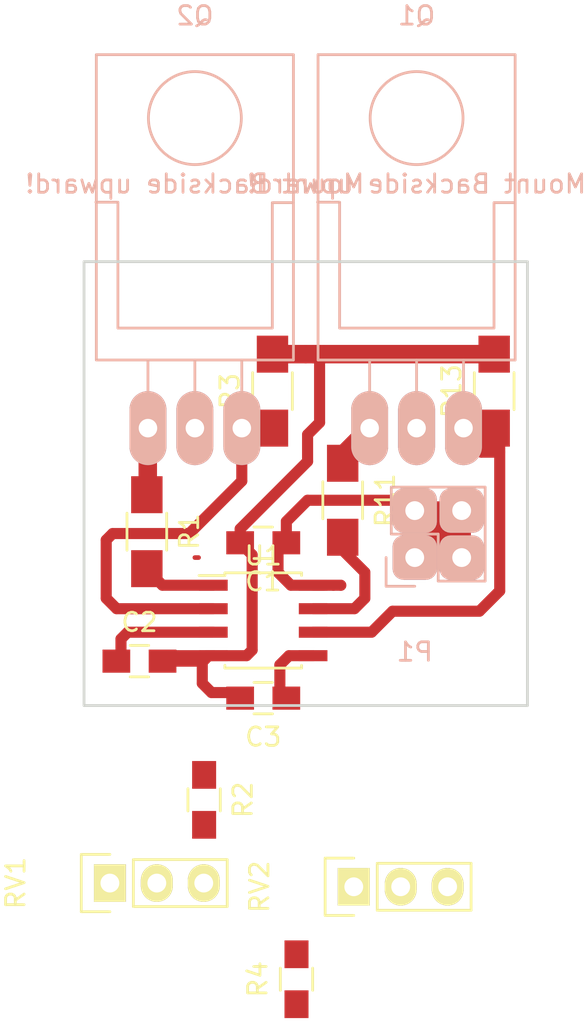
<source format=kicad_pcb>
(kicad_pcb (version 4) (host pcbnew "(2016-05-06 BZR 6776)-product")

  (general
    (links 26)
    (no_connects 6)
    (area 190.924999 57.924999 215.075001 82.075001)
    (thickness 1.6)
    (drawings 4)
    (tracks 100)
    (zones 0)
    (modules 15)
    (nets 17)
  )

  (page A4)
  (layers
    (0 F.Cu signal)
    (31 B.Cu signal)
    (32 B.Adhes user)
    (33 F.Adhes user)
    (34 B.Paste user)
    (35 F.Paste user)
    (36 B.SilkS user)
    (37 F.SilkS user)
    (38 B.Mask user)
    (39 F.Mask user)
    (40 Dwgs.User user)
    (41 Cmts.User user)
    (42 Eco1.User user)
    (43 Eco2.User user)
    (44 Edge.Cuts user)
    (45 Margin user)
    (46 B.CrtYd user)
    (47 F.CrtYd user)
    (48 B.Fab user)
    (49 F.Fab user)
  )

  (setup
    (last_trace_width 0.6)
    (user_trace_width 0.6)
    (user_trace_width 1)
    (trace_clearance 0.2)
    (zone_clearance 0.508)
    (zone_45_only no)
    (trace_min 0.2)
    (segment_width 0.2)
    (edge_width 0.15)
    (via_size 0.6)
    (via_drill 0.4)
    (via_min_size 0.4)
    (via_min_drill 0.3)
    (uvia_size 0.3)
    (uvia_drill 0.1)
    (uvias_allowed no)
    (uvia_min_size 0.2)
    (uvia_min_drill 0.1)
    (pcb_text_width 0.3)
    (pcb_text_size 1.5 1.5)
    (mod_edge_width 0.15)
    (mod_text_size 1 1)
    (mod_text_width 0.15)
    (pad_size 2.4 2.4)
    (pad_drill 1.016)
    (pad_to_mask_clearance 0.2)
    (aux_axis_origin 0 0)
    (visible_elements FFFFFF1F)
    (pcbplotparams
      (layerselection 0x00030_ffffffff)
      (usegerberextensions false)
      (excludeedgelayer true)
      (linewidth 0.100000)
      (plotframeref false)
      (viasonmask false)
      (mode 1)
      (useauxorigin false)
      (hpglpennumber 1)
      (hpglpenspeed 20)
      (hpglpendiameter 15)
      (psnegative false)
      (psa4output false)
      (plotreference true)
      (plotvalue true)
      (plotinvisibletext false)
      (padsonsilk false)
      (subtractmaskfromsilk false)
      (outputformat 1)
      (mirror false)
      (drillshape 1)
      (scaleselection 1)
      (outputdirectory ""))
  )

  (net 0 "")
  (net 1 /VCC)
  (net 2 "Net-(Q1-Pad3)")
  (net 3 "Net-(Q2-Pad3)")
  (net 4 "Net-(Q1-Pad1)")
  (net 5 GND)
  (net 6 "Net-(Q2-Pad1)")
  (net 7 "Net-(R11-Pad2)")
  (net 8 "Net-(Q1-Pad2)")
  (net 9 "Net-(Q2-Pad2)")
  (net 10 "Net-(R1-Pad2)")
  (net 11 /VrefA)
  (net 12 "Net-(R2-Pad2)")
  (net 13 /VrefB)
  (net 14 "Net-(R4-Pad2)")
  (net 15 "Net-(C2-Pad1)")
  (net 16 "Net-(C3-Pad1)")

  (net_class Default "This is the default net class."
    (clearance 0.2)
    (trace_width 0.25)
    (via_dia 0.6)
    (via_drill 0.4)
    (uvia_dia 0.3)
    (uvia_drill 0.1)
    (add_net /VCC)
    (add_net /VrefA)
    (add_net /VrefB)
    (add_net GND)
    (add_net "Net-(C2-Pad1)")
    (add_net "Net-(C3-Pad1)")
    (add_net "Net-(Q1-Pad1)")
    (add_net "Net-(Q1-Pad2)")
    (add_net "Net-(Q1-Pad3)")
    (add_net "Net-(Q2-Pad1)")
    (add_net "Net-(Q2-Pad2)")
    (add_net "Net-(Q2-Pad3)")
    (add_net "Net-(R1-Pad2)")
    (add_net "Net-(R11-Pad2)")
    (add_net "Net-(R2-Pad2)")
    (add_net "Net-(R4-Pad2)")
  )

  (module Resistors_SMD:R_1206_HandSoldering locked (layer F.Cu) (tedit 5418A20D) (tstamp 5737A659)
    (at 205 70.9 270)
    (descr "Resistor SMD 1206, hand soldering")
    (tags "resistor 1206")
    (path /57327874)
    (attr smd)
    (fp_text reference R11 (at 0 -2.3 270) (layer F.SilkS)
      (effects (font (size 1 1) (thickness 0.15)))
    )
    (fp_text value 8k2 (at 0 2.3 270) (layer F.Fab)
      (effects (font (size 1 1) (thickness 0.15)))
    )
    (fp_line (start -3.3 -1.2) (end 3.3 -1.2) (layer F.CrtYd) (width 0.05))
    (fp_line (start -3.3 1.2) (end 3.3 1.2) (layer F.CrtYd) (width 0.05))
    (fp_line (start -3.3 -1.2) (end -3.3 1.2) (layer F.CrtYd) (width 0.05))
    (fp_line (start 3.3 -1.2) (end 3.3 1.2) (layer F.CrtYd) (width 0.05))
    (fp_line (start 1 1.075) (end -1 1.075) (layer F.SilkS) (width 0.15))
    (fp_line (start -1 -1.075) (end 1 -1.075) (layer F.SilkS) (width 0.15))
    (pad 1 smd rect (at -2 0 270) (size 2 1.7) (layers F.Cu F.Paste F.Mask)
      (net 4 "Net-(Q1-Pad1)"))
    (pad 2 smd rect (at 2 0 270) (size 2 1.7) (layers F.Cu F.Paste F.Mask)
      (net 7 "Net-(R11-Pad2)"))
    (model Resistors_SMD.3dshapes/R_1206_HandSoldering.wrl
      (at (xyz 0 0 0))
      (scale (xyz 1 1 1))
      (rotate (xyz 0 0 0))
    )
  )

  (module Resistors_SMD:R_1206_HandSoldering (layer F.Cu) (tedit 5418A20D) (tstamp 5732458D)
    (at 201.2 65 90)
    (descr "Resistor SMD 1206, hand soldering")
    (tags "resistor 1206")
    (path /572F4480)
    (attr smd)
    (fp_text reference R3 (at 0 -2.3 90) (layer F.SilkS)
      (effects (font (size 1 1) (thickness 0.15)))
    )
    (fp_text value 1R (at 0 2.3 90) (layer F.Fab)
      (effects (font (size 1 1) (thickness 0.15)))
    )
    (fp_line (start -3.3 -1.2) (end 3.3 -1.2) (layer F.CrtYd) (width 0.05))
    (fp_line (start -3.3 1.2) (end 3.3 1.2) (layer F.CrtYd) (width 0.05))
    (fp_line (start -3.3 -1.2) (end -3.3 1.2) (layer F.CrtYd) (width 0.05))
    (fp_line (start 3.3 -1.2) (end 3.3 1.2) (layer F.CrtYd) (width 0.05))
    (fp_line (start 1 1.075) (end -1 1.075) (layer F.SilkS) (width 0.15))
    (fp_line (start -1 -1.075) (end 1 -1.075) (layer F.SilkS) (width 0.15))
    (pad 1 smd rect (at -2 0 90) (size 2 1.7) (layers F.Cu F.Paste F.Mask)
      (net 3 "Net-(Q2-Pad3)"))
    (pad 2 smd rect (at 2 0 90) (size 2 1.7) (layers F.Cu F.Paste F.Mask)
      (net 5 GND))
    (model Resistors_SMD.3dshapes/R_1206_HandSoldering.wrl
      (at (xyz 0 0 0))
      (scale (xyz 1 1 1))
      (rotate (xyz 0 0 0))
    )
  )

  (module TO_SOT_Packages_THT:TO-220_Neutral123_Horizontal_Reverse (layer B.Cu) (tedit 5737A14B) (tstamp 57324DB0)
    (at 197 67 180)
    (descr "TO-220, Neutral, Horizontal, Reverse,")
    (tags "TO-220, Neutral, Horizontal,  Reverse,")
    (path /572F461F)
    (fp_text reference Q2 (at 0 22.3012 180) (layer B.SilkS)
      (effects (font (size 1 1) (thickness 0.15)) (justify mirror))
    )
    (fp_text value TIP122 (at 1.27 -3.81 180) (layer B.Fab)
      (effects (font (size 1 1) (thickness 0.15)) (justify mirror))
    )
    (fp_text user "Mount Backside upward!" (at 0 13.208 180) (layer B.SilkS)
      (effects (font (size 1 1) (thickness 0.15)) (justify mirror))
    )
    (fp_line (start 4.1656 12.2174) (end 5.3594 12.2174) (layer B.SilkS) (width 0.15))
    (fp_line (start -4.191 12.192) (end -5.334 12.192) (layer B.SilkS) (width 0.15))
    (fp_line (start -4.191 5.4102) (end -4.191 12.1666) (layer B.SilkS) (width 0.15))
    (fp_line (start 4.1656 12.192) (end 4.1656 5.4102) (layer B.SilkS) (width 0.15))
    (fp_line (start 4.1656 5.4102) (end -4.1656 5.4102) (layer B.SilkS) (width 0.15))
    (fp_circle (center 0 16.764) (end 1.778 14.986) (layer B.SilkS) (width 0.15))
    (fp_line (start -2.54 3.683) (end -2.54 1.905) (layer B.SilkS) (width 0.15))
    (fp_line (start 0 3.683) (end 0 1.905) (layer B.SilkS) (width 0.15))
    (fp_line (start 2.54 3.683) (end 2.54 1.905) (layer B.SilkS) (width 0.15))
    (fp_line (start 5.334 12.192) (end 5.334 20.193) (layer B.SilkS) (width 0.15))
    (fp_line (start 5.334 20.193) (end -5.334 20.193) (layer B.SilkS) (width 0.15))
    (fp_line (start -5.334 20.193) (end -5.334 12.192) (layer B.SilkS) (width 0.15))
    (fp_line (start 5.334 3.683) (end 5.334 12.192) (layer B.SilkS) (width 0.15))
    (fp_line (start -5.334 12.192) (end -5.334 3.683) (layer B.SilkS) (width 0.15))
    (fp_line (start 0 3.683) (end -5.334 3.683) (layer B.SilkS) (width 0.15))
    (fp_line (start 0 3.683) (end 5.334 3.683) (layer B.SilkS) (width 0.15))
    (pad 2 thru_hole oval (at 0 0 90) (size 4 2) (drill 1.00076) (layers *.Cu *.Mask B.SilkS)
      (net 9 "Net-(Q2-Pad2)"))
    (pad 3 thru_hole oval (at -2.54 0 90) (size 4 2) (drill 1.00076) (layers *.Cu *.Mask B.SilkS)
      (net 3 "Net-(Q2-Pad3)"))
    (pad 1 thru_hole oval (at 2.54 0 90) (size 4 2) (drill 1.00076) (layers *.Cu *.Mask B.SilkS)
      (net 6 "Net-(Q2-Pad1)"))
    (model TO_SOT_Packages_THT.3dshapes/TO-220_Neutral123_Horizontal_Reverse.wrl
      (at (xyz 0 0 0))
      (scale (xyz 0.3937 0.3937 0.3937))
      (rotate (xyz 0 0 0))
    )
  )

  (module TO_SOT_Packages_THT:TO-220_Neutral123_Horizontal_Reverse (layer B.Cu) (tedit 5737A157) (tstamp 5732705F)
    (at 209 67 180)
    (descr "TO-220, Neutral, Horizontal, Reverse,")
    (tags "TO-220, Neutral, Horizontal,  Reverse,")
    (path /57327855)
    (fp_text reference Q1 (at 0 22.3012 180) (layer B.SilkS)
      (effects (font (size 1 1) (thickness 0.15)) (justify mirror))
    )
    (fp_text value TIP122 (at 1.27 -3.81 180) (layer B.Fab)
      (effects (font (size 1 1) (thickness 0.15)) (justify mirror))
    )
    (fp_text user "Mount Backside upward!" (at 0 13.208 180) (layer B.SilkS)
      (effects (font (size 1 1) (thickness 0.15)) (justify mirror))
    )
    (fp_line (start 4.1656 12.2174) (end 5.3594 12.2174) (layer B.SilkS) (width 0.15))
    (fp_line (start -4.191 12.192) (end -5.334 12.192) (layer B.SilkS) (width 0.15))
    (fp_line (start -4.191 5.4102) (end -4.191 12.1666) (layer B.SilkS) (width 0.15))
    (fp_line (start 4.1656 12.192) (end 4.1656 5.4102) (layer B.SilkS) (width 0.15))
    (fp_line (start 4.1656 5.4102) (end -4.1656 5.4102) (layer B.SilkS) (width 0.15))
    (fp_circle (center 0 16.764) (end 1.778 14.986) (layer B.SilkS) (width 0.15))
    (fp_line (start -2.54 3.683) (end -2.54 1.905) (layer B.SilkS) (width 0.15))
    (fp_line (start 0 3.683) (end 0 1.905) (layer B.SilkS) (width 0.15))
    (fp_line (start 2.54 3.683) (end 2.54 1.905) (layer B.SilkS) (width 0.15))
    (fp_line (start 5.334 12.192) (end 5.334 20.193) (layer B.SilkS) (width 0.15))
    (fp_line (start 5.334 20.193) (end -5.334 20.193) (layer B.SilkS) (width 0.15))
    (fp_line (start -5.334 20.193) (end -5.334 12.192) (layer B.SilkS) (width 0.15))
    (fp_line (start 5.334 3.683) (end 5.334 12.192) (layer B.SilkS) (width 0.15))
    (fp_line (start -5.334 12.192) (end -5.334 3.683) (layer B.SilkS) (width 0.15))
    (fp_line (start 0 3.683) (end -5.334 3.683) (layer B.SilkS) (width 0.15))
    (fp_line (start 0 3.683) (end 5.334 3.683) (layer B.SilkS) (width 0.15))
    (pad 2 thru_hole oval (at 0 0 90) (size 4 2) (drill 1.00076) (layers *.Cu *.Mask B.SilkS)
      (net 8 "Net-(Q1-Pad2)"))
    (pad 3 thru_hole oval (at -2.54 0 90) (size 4 2) (drill 1.00076) (layers *.Cu *.Mask B.SilkS)
      (net 2 "Net-(Q1-Pad3)"))
    (pad 1 thru_hole oval (at 2.54 0 90) (size 4 2) (drill 1.00076) (layers *.Cu *.Mask B.SilkS)
      (net 4 "Net-(Q1-Pad1)"))
    (model TO_SOT_Packages_THT.3dshapes/TO-220_Neutral123_Horizontal_Reverse.wrl
      (at (xyz 0 0 0))
      (scale (xyz 0.3937 0.3937 0.3937))
      (rotate (xyz 0 0 0))
    )
  )

  (module Resistors_SMD:R_1206_HandSoldering (layer F.Cu) (tedit 5418A20D) (tstamp 5732712E)
    (at 213.2 65 90)
    (descr "Resistor SMD 1206, hand soldering")
    (tags "resistor 1206")
    (path /57327835)
    (attr smd)
    (fp_text reference R13 (at 0 -2.3 90) (layer F.SilkS)
      (effects (font (size 1 1) (thickness 0.15)))
    )
    (fp_text value 1R (at 0 2.3 90) (layer F.Fab)
      (effects (font (size 1 1) (thickness 0.15)))
    )
    (fp_line (start -3.3 -1.2) (end 3.3 -1.2) (layer F.CrtYd) (width 0.05))
    (fp_line (start -3.3 1.2) (end 3.3 1.2) (layer F.CrtYd) (width 0.05))
    (fp_line (start -3.3 -1.2) (end -3.3 1.2) (layer F.CrtYd) (width 0.05))
    (fp_line (start 3.3 -1.2) (end 3.3 1.2) (layer F.CrtYd) (width 0.05))
    (fp_line (start 1 1.075) (end -1 1.075) (layer F.SilkS) (width 0.15))
    (fp_line (start -1 -1.075) (end 1 -1.075) (layer F.SilkS) (width 0.15))
    (pad 1 smd rect (at -2 0 90) (size 2 1.7) (layers F.Cu F.Paste F.Mask)
      (net 2 "Net-(Q1-Pad3)"))
    (pad 2 smd rect (at 2 0 90) (size 2 1.7) (layers F.Cu F.Paste F.Mask)
      (net 5 GND))
    (model Resistors_SMD.3dshapes/R_1206_HandSoldering.wrl
      (at (xyz 0 0 0))
      (scale (xyz 1 1 1))
      (rotate (xyz 0 0 0))
    )
  )

  (module Housings_SOIC:SOIC-8_3.9x4.9mm_Pitch1.27mm (layer F.Cu) (tedit 54130A77) (tstamp 573276E9)
    (at 200.7 77.4)
    (descr "8-Lead Plastic Small Outline (SN) - Narrow, 3.90 mm Body [SOIC] (see Microchip Packaging Specification 00000049BS.pdf)")
    (tags "SOIC 1.27")
    (path /57326D62)
    (attr smd)
    (fp_text reference U1 (at 0 -3.5) (layer F.SilkS)
      (effects (font (size 1 1) (thickness 0.15)))
    )
    (fp_text value LM358N (at 0 3.5) (layer F.Fab)
      (effects (font (size 1 1) (thickness 0.15)))
    )
    (fp_line (start -3.75 -2.75) (end -3.75 2.75) (layer F.CrtYd) (width 0.05))
    (fp_line (start 3.75 -2.75) (end 3.75 2.75) (layer F.CrtYd) (width 0.05))
    (fp_line (start -3.75 -2.75) (end 3.75 -2.75) (layer F.CrtYd) (width 0.05))
    (fp_line (start -3.75 2.75) (end 3.75 2.75) (layer F.CrtYd) (width 0.05))
    (fp_line (start -2.075 -2.575) (end -2.075 -2.43) (layer F.SilkS) (width 0.15))
    (fp_line (start 2.075 -2.575) (end 2.075 -2.43) (layer F.SilkS) (width 0.15))
    (fp_line (start 2.075 2.575) (end 2.075 2.43) (layer F.SilkS) (width 0.15))
    (fp_line (start -2.075 2.575) (end -2.075 2.43) (layer F.SilkS) (width 0.15))
    (fp_line (start -2.075 -2.575) (end 2.075 -2.575) (layer F.SilkS) (width 0.15))
    (fp_line (start -2.075 2.575) (end 2.075 2.575) (layer F.SilkS) (width 0.15))
    (fp_line (start -2.075 -2.43) (end -3.475 -2.43) (layer F.SilkS) (width 0.15))
    (pad 1 smd rect (at -2.7 -1.905) (size 1.55 0.6) (layers F.Cu F.Paste F.Mask)
      (net 10 "Net-(R1-Pad2)"))
    (pad 2 smd rect (at -2.7 -0.635) (size 1.55 0.6) (layers F.Cu F.Paste F.Mask)
      (net 3 "Net-(Q2-Pad3)"))
    (pad 3 smd rect (at -2.7 0.635) (size 1.55 0.6) (layers F.Cu F.Paste F.Mask)
      (net 15 "Net-(C2-Pad1)"))
    (pad 4 smd rect (at -2.7 1.905) (size 1.55 0.6) (layers F.Cu F.Paste F.Mask)
      (net 5 GND))
    (pad 5 smd rect (at 2.7 1.905) (size 1.55 0.6) (layers F.Cu F.Paste F.Mask)
      (net 16 "Net-(C3-Pad1)"))
    (pad 6 smd rect (at 2.7 0.635) (size 1.55 0.6) (layers F.Cu F.Paste F.Mask)
      (net 2 "Net-(Q1-Pad3)"))
    (pad 7 smd rect (at 2.7 -0.635) (size 1.55 0.6) (layers F.Cu F.Paste F.Mask)
      (net 7 "Net-(R11-Pad2)"))
    (pad 8 smd rect (at 2.7 -1.905) (size 1.55 0.6) (layers F.Cu F.Paste F.Mask)
      (net 1 /VCC))
    (model Housings_SOIC.3dshapes/SOIC-8_3.9x4.9mm_Pitch1.27mm.wrl
      (at (xyz 0 0 0))
      (scale (xyz 1 1 1))
      (rotate (xyz 0 0 0))
    )
  )

  (module Capacitors_SMD:C_0805_HandSoldering (layer F.Cu) (tedit 541A9B8D) (tstamp 5732776B)
    (at 200.7 73.2 180)
    (descr "Capacitor SMD 0805, hand soldering")
    (tags "capacitor 0805")
    (path /5732703B)
    (attr smd)
    (fp_text reference C1 (at 0 -2.1 180) (layer F.SilkS)
      (effects (font (size 1 1) (thickness 0.15)))
    )
    (fp_text value 100n (at 0 2.1 180) (layer F.Fab)
      (effects (font (size 1 1) (thickness 0.15)))
    )
    (fp_line (start -2.3 -1) (end 2.3 -1) (layer F.CrtYd) (width 0.05))
    (fp_line (start -2.3 1) (end 2.3 1) (layer F.CrtYd) (width 0.05))
    (fp_line (start -2.3 -1) (end -2.3 1) (layer F.CrtYd) (width 0.05))
    (fp_line (start 2.3 -1) (end 2.3 1) (layer F.CrtYd) (width 0.05))
    (fp_line (start 0.5 -0.85) (end -0.5 -0.85) (layer F.SilkS) (width 0.15))
    (fp_line (start -0.5 0.85) (end 0.5 0.85) (layer F.SilkS) (width 0.15))
    (pad 1 smd rect (at -1.25 0 180) (size 1.5 1.25) (layers F.Cu F.Paste F.Mask)
      (net 1 /VCC))
    (pad 2 smd rect (at 1.25 0 180) (size 1.5 1.25) (layers F.Cu F.Paste F.Mask)
      (net 5 GND))
    (model Capacitors_SMD.3dshapes/C_0805_HandSoldering.wrl
      (at (xyz 0 0 0))
      (scale (xyz 1 1 1))
      (rotate (xyz 0 0 0))
    )
  )

  (module Resistors_SMD:R_0805_HandSoldering (layer F.Cu) (tedit 54189DEE) (tstamp 5732A36B)
    (at 197.5 87.1 270)
    (descr "Resistor SMD 0805, hand soldering")
    (tags "resistor 0805")
    (path /5732AC53)
    (attr smd)
    (fp_text reference R2 (at 0 -2.1 270) (layer F.SilkS)
      (effects (font (size 1 1) (thickness 0.15)))
    )
    (fp_text value 33k (at 0 2.1 270) (layer F.Fab)
      (effects (font (size 1 1) (thickness 0.15)))
    )
    (fp_line (start -2.4 -1) (end 2.4 -1) (layer F.CrtYd) (width 0.05))
    (fp_line (start -2.4 1) (end 2.4 1) (layer F.CrtYd) (width 0.05))
    (fp_line (start -2.4 -1) (end -2.4 1) (layer F.CrtYd) (width 0.05))
    (fp_line (start 2.4 -1) (end 2.4 1) (layer F.CrtYd) (width 0.05))
    (fp_line (start 0.6 0.875) (end -0.6 0.875) (layer F.SilkS) (width 0.15))
    (fp_line (start -0.6 -0.875) (end 0.6 -0.875) (layer F.SilkS) (width 0.15))
    (pad 1 smd rect (at -1.35 0 270) (size 1.5 1.3) (layers F.Cu F.Paste F.Mask)
      (net 11 /VrefA))
    (pad 2 smd rect (at 1.35 0 270) (size 1.5 1.3) (layers F.Cu F.Paste F.Mask)
      (net 12 "Net-(R2-Pad2)"))
    (model Resistors_SMD.3dshapes/R_0805_HandSoldering.wrl
      (at (xyz 0 0 0))
      (scale (xyz 1 1 1))
      (rotate (xyz 0 0 0))
    )
  )

  (module Pin_Headers:Pin_Header_Straight_2x02 (layer B.Cu) (tedit 57435D13) (tstamp 5737BC27)
    (at 208.9 74)
    (descr "Through hole pin header")
    (tags "pin header")
    (path /57386BFB)
    (fp_text reference P1 (at 0 5.1) (layer B.SilkS)
      (effects (font (size 1 1) (thickness 0.15)) (justify mirror))
    )
    (fp_text value CONN_02X02 (at 0 3.1) (layer B.Fab)
      (effects (font (size 1 1) (thickness 0.15)) (justify mirror))
    )
    (fp_line (start -1.75 1.75) (end -1.75 -4.3) (layer B.CrtYd) (width 0.05))
    (fp_line (start 4.3 1.75) (end 4.3 -4.3) (layer B.CrtYd) (width 0.05))
    (fp_line (start -1.75 1.75) (end 4.3 1.75) (layer B.CrtYd) (width 0.05))
    (fp_line (start -1.75 -4.3) (end 4.3 -4.3) (layer B.CrtYd) (width 0.05))
    (fp_line (start -1.55 0) (end -1.55 1.55) (layer B.SilkS) (width 0.15))
    (fp_line (start 0 1.55) (end -1.55 1.55) (layer B.SilkS) (width 0.15))
    (fp_line (start -1.27 -1.27) (end 1.27 -1.27) (layer B.SilkS) (width 0.15))
    (fp_line (start 1.27 -1.27) (end 1.27 1.27) (layer B.SilkS) (width 0.15))
    (fp_line (start 1.27 1.27) (end 3.81 1.27) (layer B.SilkS) (width 0.15))
    (fp_line (start 3.81 1.27) (end 3.81 -3.81) (layer B.SilkS) (width 0.15))
    (fp_line (start 3.81 -3.81) (end -1.27 -3.81) (layer B.SilkS) (width 0.15))
    (fp_line (start -1.27 -3.81) (end -1.27 -1.27) (layer B.SilkS) (width 0.15))
    (pad 1 thru_hole roundrect (at 0 0) (size 2.4 2.4) (drill 1.016) (layers *.Cu *.Mask B.SilkS)(roundrect_rratio 0.25)
      (net 1 /VCC))
    (pad 2 thru_hole roundrect (at 2.54 0) (size 2.4 2.4) (drill 1.016) (layers *.Cu *.Mask B.SilkS)(roundrect_rratio 0.25)
      (net 1 /VCC))
    (pad 3 thru_hole roundrect (at 0 -2.54) (size 2.4 2.4) (drill 1.016) (layers *.Cu *.Mask B.SilkS)(roundrect_rratio 0.25)
      (net 1 /VCC))
    (pad 4 thru_hole roundrect (at 2.54 -2.54) (size 2.4 2.4) (drill 1.016) (layers *.Cu *.Mask B.SilkS)(roundrect_rratio 0.25)
      (net 1 /VCC))
  )

  (module Resistors_SMD:R_1206_HandSoldering (layer F.Cu) (tedit 5418A20D) (tstamp 574629B0)
    (at 194.4 72.6 270)
    (descr "Resistor SMD 1206, hand soldering")
    (tags "resistor 1206")
    (path /57462E59)
    (attr smd)
    (fp_text reference R1 (at 0 -2.3 270) (layer F.SilkS)
      (effects (font (size 1 1) (thickness 0.15)))
    )
    (fp_text value 8k2 (at 0 2.3 270) (layer F.Fab)
      (effects (font (size 1 1) (thickness 0.15)))
    )
    (fp_line (start -3.3 -1.2) (end 3.3 -1.2) (layer F.CrtYd) (width 0.05))
    (fp_line (start -3.3 1.2) (end 3.3 1.2) (layer F.CrtYd) (width 0.05))
    (fp_line (start -3.3 -1.2) (end -3.3 1.2) (layer F.CrtYd) (width 0.05))
    (fp_line (start 3.3 -1.2) (end 3.3 1.2) (layer F.CrtYd) (width 0.05))
    (fp_line (start 1 1.075) (end -1 1.075) (layer F.SilkS) (width 0.15))
    (fp_line (start -1 -1.075) (end 1 -1.075) (layer F.SilkS) (width 0.15))
    (pad 1 smd rect (at -2 0 270) (size 2 1.7) (layers F.Cu F.Paste F.Mask)
      (net 6 "Net-(Q2-Pad1)"))
    (pad 2 smd rect (at 2 0 270) (size 2 1.7) (layers F.Cu F.Paste F.Mask)
      (net 10 "Net-(R1-Pad2)"))
    (model Resistors_SMD.3dshapes/R_1206_HandSoldering.wrl
      (at (xyz 0 0 0))
      (scale (xyz 1 1 1))
      (rotate (xyz 0 0 0))
    )
  )

  (module Resistors_SMD:R_0805_HandSoldering (layer F.Cu) (tedit 54189DEE) (tstamp 57462A34)
    (at 202.5 96.8 90)
    (descr "Resistor SMD 0805, hand soldering")
    (tags "resistor 0805")
    (path /5746478C)
    (attr smd)
    (fp_text reference R4 (at 0 -2.1 90) (layer F.SilkS)
      (effects (font (size 1 1) (thickness 0.15)))
    )
    (fp_text value 33k (at 0 2.1 90) (layer F.Fab)
      (effects (font (size 1 1) (thickness 0.15)))
    )
    (fp_line (start -2.4 -1) (end 2.4 -1) (layer F.CrtYd) (width 0.05))
    (fp_line (start -2.4 1) (end 2.4 1) (layer F.CrtYd) (width 0.05))
    (fp_line (start -2.4 -1) (end -2.4 1) (layer F.CrtYd) (width 0.05))
    (fp_line (start 2.4 -1) (end 2.4 1) (layer F.CrtYd) (width 0.05))
    (fp_line (start 0.6 0.875) (end -0.6 0.875) (layer F.SilkS) (width 0.15))
    (fp_line (start -0.6 -0.875) (end 0.6 -0.875) (layer F.SilkS) (width 0.15))
    (pad 1 smd rect (at -1.35 0 90) (size 1.5 1.3) (layers F.Cu F.Paste F.Mask)
      (net 13 /VrefB))
    (pad 2 smd rect (at 1.35 0 90) (size 1.5 1.3) (layers F.Cu F.Paste F.Mask)
      (net 14 "Net-(R4-Pad2)"))
    (model Resistors_SMD.3dshapes/R_0805_HandSoldering.wrl
      (at (xyz 0 0 0))
      (scale (xyz 1 1 1))
      (rotate (xyz 0 0 0))
    )
  )

  (module Capacitors_SMD:C_0805_HandSoldering (layer F.Cu) (tedit 541A9B8D) (tstamp 57462B56)
    (at 194 79.6)
    (descr "Capacitor SMD 0805, hand soldering")
    (tags "capacitor 0805")
    (path /5746353E)
    (attr smd)
    (fp_text reference C2 (at 0 -2.1) (layer F.SilkS)
      (effects (font (size 1 1) (thickness 0.15)))
    )
    (fp_text value 100n (at 0 2.1) (layer F.Fab)
      (effects (font (size 1 1) (thickness 0.15)))
    )
    (fp_line (start -2.3 -1) (end 2.3 -1) (layer F.CrtYd) (width 0.05))
    (fp_line (start -2.3 1) (end 2.3 1) (layer F.CrtYd) (width 0.05))
    (fp_line (start -2.3 -1) (end -2.3 1) (layer F.CrtYd) (width 0.05))
    (fp_line (start 2.3 -1) (end 2.3 1) (layer F.CrtYd) (width 0.05))
    (fp_line (start 0.5 -0.85) (end -0.5 -0.85) (layer F.SilkS) (width 0.15))
    (fp_line (start -0.5 0.85) (end 0.5 0.85) (layer F.SilkS) (width 0.15))
    (pad 1 smd rect (at -1.25 0) (size 1.5 1.25) (layers F.Cu F.Paste F.Mask)
      (net 15 "Net-(C2-Pad1)"))
    (pad 2 smd rect (at 1.25 0) (size 1.5 1.25) (layers F.Cu F.Paste F.Mask)
      (net 5 GND))
    (model Capacitors_SMD.3dshapes/C_0805_HandSoldering.wrl
      (at (xyz 0 0 0))
      (scale (xyz 1 1 1))
      (rotate (xyz 0 0 0))
    )
  )

  (module Capacitors_SMD:C_0805_HandSoldering (layer F.Cu) (tedit 541A9B8D) (tstamp 57462B78)
    (at 200.7 81.6 180)
    (descr "Capacitor SMD 0805, hand soldering")
    (tags "capacitor 0805")
    (path /574647A2)
    (attr smd)
    (fp_text reference C3 (at 0 -2.1 180) (layer F.SilkS)
      (effects (font (size 1 1) (thickness 0.15)))
    )
    (fp_text value 100n (at 0 2.1 180) (layer F.Fab)
      (effects (font (size 1 1) (thickness 0.15)))
    )
    (fp_line (start -2.3 -1) (end 2.3 -1) (layer F.CrtYd) (width 0.05))
    (fp_line (start -2.3 1) (end 2.3 1) (layer F.CrtYd) (width 0.05))
    (fp_line (start -2.3 -1) (end -2.3 1) (layer F.CrtYd) (width 0.05))
    (fp_line (start 2.3 -1) (end 2.3 1) (layer F.CrtYd) (width 0.05))
    (fp_line (start 0.5 -0.85) (end -0.5 -0.85) (layer F.SilkS) (width 0.15))
    (fp_line (start -0.5 0.85) (end 0.5 0.85) (layer F.SilkS) (width 0.15))
    (pad 1 smd rect (at -1.25 0 180) (size 1.5 1.25) (layers F.Cu F.Paste F.Mask)
      (net 16 "Net-(C3-Pad1)"))
    (pad 2 smd rect (at 1.25 0 180) (size 1.5 1.25) (layers F.Cu F.Paste F.Mask)
      (net 5 GND))
    (model Capacitors_SMD.3dshapes/C_0805_HandSoldering.wrl
      (at (xyz 0 0 0))
      (scale (xyz 1 1 1))
      (rotate (xyz 0 0 0))
    )
  )

  (module Pin_Headers:Pin_Header_Straight_1x03 (layer F.Cu) (tedit 0) (tstamp 574632B4)
    (at 192.4 91.6 90)
    (descr "Through hole pin header")
    (tags "pin header")
    (path /57462FAA)
    (fp_text reference RV1 (at 0 -5.1 90) (layer F.SilkS)
      (effects (font (size 1 1) (thickness 0.15)))
    )
    (fp_text value 5k (at 0 -3.1 90) (layer F.Fab)
      (effects (font (size 1 1) (thickness 0.15)))
    )
    (fp_line (start -1.75 -1.75) (end -1.75 6.85) (layer F.CrtYd) (width 0.05))
    (fp_line (start 1.75 -1.75) (end 1.75 6.85) (layer F.CrtYd) (width 0.05))
    (fp_line (start -1.75 -1.75) (end 1.75 -1.75) (layer F.CrtYd) (width 0.05))
    (fp_line (start -1.75 6.85) (end 1.75 6.85) (layer F.CrtYd) (width 0.05))
    (fp_line (start -1.27 1.27) (end -1.27 6.35) (layer F.SilkS) (width 0.15))
    (fp_line (start -1.27 6.35) (end 1.27 6.35) (layer F.SilkS) (width 0.15))
    (fp_line (start 1.27 6.35) (end 1.27 1.27) (layer F.SilkS) (width 0.15))
    (fp_line (start 1.55 -1.55) (end 1.55 0) (layer F.SilkS) (width 0.15))
    (fp_line (start 1.27 1.27) (end -1.27 1.27) (layer F.SilkS) (width 0.15))
    (fp_line (start -1.55 0) (end -1.55 -1.55) (layer F.SilkS) (width 0.15))
    (fp_line (start -1.55 -1.55) (end 1.55 -1.55) (layer F.SilkS) (width 0.15))
    (pad 1 thru_hole rect (at 0 0 90) (size 2.032 1.7272) (drill 1.016) (layers *.Cu *.Mask F.SilkS)
      (net 5 GND))
    (pad 2 thru_hole oval (at 0 2.54 90) (size 2.032 1.7272) (drill 1.016) (layers *.Cu *.Mask F.SilkS)
      (net 15 "Net-(C2-Pad1)"))
    (pad 3 thru_hole oval (at 0 5.08 90) (size 2.032 1.7272) (drill 1.016) (layers *.Cu *.Mask F.SilkS)
      (net 12 "Net-(R2-Pad2)"))
    (model Pin_Headers.3dshapes/Pin_Header_Straight_1x03.wrl
      (at (xyz 0 -0.1 0))
      (scale (xyz 1 1 1))
      (rotate (xyz 0 0 90))
    )
  )

  (module Pin_Headers:Pin_Header_Straight_1x03 (layer F.Cu) (tedit 0) (tstamp 574632E7)
    (at 205.6 91.8 90)
    (descr "Through hole pin header")
    (tags "pin header")
    (path /57464793)
    (fp_text reference RV2 (at 0 -5.1 90) (layer F.SilkS)
      (effects (font (size 1 1) (thickness 0.15)))
    )
    (fp_text value 5k (at 0 -3.1 90) (layer F.Fab)
      (effects (font (size 1 1) (thickness 0.15)))
    )
    (fp_line (start -1.75 -1.75) (end -1.75 6.85) (layer F.CrtYd) (width 0.05))
    (fp_line (start 1.75 -1.75) (end 1.75 6.85) (layer F.CrtYd) (width 0.05))
    (fp_line (start -1.75 -1.75) (end 1.75 -1.75) (layer F.CrtYd) (width 0.05))
    (fp_line (start -1.75 6.85) (end 1.75 6.85) (layer F.CrtYd) (width 0.05))
    (fp_line (start -1.27 1.27) (end -1.27 6.35) (layer F.SilkS) (width 0.15))
    (fp_line (start -1.27 6.35) (end 1.27 6.35) (layer F.SilkS) (width 0.15))
    (fp_line (start 1.27 6.35) (end 1.27 1.27) (layer F.SilkS) (width 0.15))
    (fp_line (start 1.55 -1.55) (end 1.55 0) (layer F.SilkS) (width 0.15))
    (fp_line (start 1.27 1.27) (end -1.27 1.27) (layer F.SilkS) (width 0.15))
    (fp_line (start -1.55 0) (end -1.55 -1.55) (layer F.SilkS) (width 0.15))
    (fp_line (start -1.55 -1.55) (end 1.55 -1.55) (layer F.SilkS) (width 0.15))
    (pad 1 thru_hole rect (at 0 0 90) (size 2.032 1.7272) (drill 1.016) (layers *.Cu *.Mask F.SilkS)
      (net 5 GND))
    (pad 2 thru_hole oval (at 0 2.54 90) (size 2.032 1.7272) (drill 1.016) (layers *.Cu *.Mask F.SilkS)
      (net 16 "Net-(C3-Pad1)"))
    (pad 3 thru_hole oval (at 0 5.08 90) (size 2.032 1.7272) (drill 1.016) (layers *.Cu *.Mask F.SilkS)
      (net 14 "Net-(R4-Pad2)"))
    (model Pin_Headers.3dshapes/Pin_Header_Straight_1x03.wrl
      (at (xyz 0 -0.1 0))
      (scale (xyz 1 1 1))
      (rotate (xyz 0 0 90))
    )
  )

  (gr_line (start 191 82) (end 215 82) (angle 90) (layer Edge.Cuts) (width 0.15))
  (gr_line (start 215 58) (end 215 82) (angle 90) (layer Edge.Cuts) (width 0.15))
  (gr_line (start 191 82) (end 191 58) (angle 90) (layer Edge.Cuts) (width 0.15))
  (gr_line (start 191 58) (end 215 58) (angle 90) (layer Edge.Cuts) (width 0.15))

  (segment (start 197 74) (end 197.2 74) (width 0.25) (layer F.Cu) (net 0))
  (segment (start 204.495 75.495) (end 204.895 75.495) (width 0.6) (layer F.Cu) (net 1))
  (segment (start 204.895 75.495) (end 204.9 75.5) (width 0.6) (layer F.Cu) (net 1) (tstamp 574635AB))
  (segment (start 203.1 70.9) (end 204 70.9) (width 0.6) (layer F.Cu) (net 1))
  (segment (start 204 70.9) (end 208.34 70.9) (width 0.6) (layer F.Cu) (net 1))
  (segment (start 203.1 70.9) (end 201.95 72.05) (width 0.6) (layer F.Cu) (net 1) (tstamp 574635A3))
  (segment (start 203.4 75.495) (end 204.495 75.495) (width 0.6) (layer F.Cu) (net 1))
  (segment (start 204.495 75.495) (end 204.5 75.5) (width 0.6) (layer F.Cu) (net 1) (tstamp 57463578))
  (segment (start 201.95 72.05) (end 203.1 70.9) (width 0.6) (layer F.Cu) (net 1) (tstamp 57435BCB))
  (segment (start 201.95 72.05) (end 201.95 73.2) (width 0.6) (layer F.Cu) (net 1))
  (segment (start 208.34 70.9) (end 208.9 71.46) (width 0.6) (layer F.Cu) (net 1) (tstamp 57461F15))
  (segment (start 211.44 71.46) (end 210.64 71.46) (width 1) (layer F.Cu) (net 1))
  (segment (start 210.64 71.46) (end 208.9 73.2) (width 1) (layer F.Cu) (net 1) (tstamp 57435D96))
  (segment (start 208.9 73.2) (end 210.64 73.2) (width 1) (layer F.Cu) (net 1) (tstamp 57435D97))
  (segment (start 210.64 73.2) (end 211.44 72.4) (width 1) (layer F.Cu) (net 1) (tstamp 57435D98))
  (segment (start 211.44 72.4) (end 211.44 71.46) (width 1) (layer F.Cu) (net 1) (tstamp 57435D99))
  (segment (start 208.9 74) (end 211.44 71.46) (width 1) (layer F.Cu) (net 1))
  (segment (start 208.9 71.46) (end 211.44 74) (width 1) (layer F.Cu) (net 1))
  (segment (start 208.86 71.5) (end 208.9 71.46) (width 0.6) (layer F.Cu) (net 1) (tstamp 57435BCD))
  (segment (start 208.9 74) (end 208.9 71.46) (width 1) (layer F.Cu) (net 1))
  (segment (start 208.9 71.46) (end 211.44 71.46) (width 1) (layer F.Cu) (net 1) (tstamp 5737BEE7))
  (segment (start 211.44 71.46) (end 211.44 74) (width 1) (layer F.Cu) (net 1) (tstamp 5737BEE8))
  (segment (start 211.44 74) (end 208.9 74) (width 1) (layer F.Cu) (net 1) (tstamp 5737BEE9))
  (segment (start 208.7 74.2) (end 208.9 74) (width 0.6) (layer F.Cu) (net 1) (tstamp 5737BEE4))
  (segment (start 204 75.495) (end 202.195 75.495) (width 0.6) (layer F.Cu) (net 1))
  (segment (start 201.5 74.8) (end 201.5 73.65) (width 0.6) (layer F.Cu) (net 1) (tstamp 5737BD32))
  (segment (start 202.195 75.495) (end 201.5 74.8) (width 0.6) (layer F.Cu) (net 1) (tstamp 5737BD31))
  (segment (start 201.5 73.65) (end 201.95 73.2) (width 0.6) (layer F.Cu) (net 1) (tstamp 5737BD33))
  (segment (start 213.5 68.3) (end 213.5 67.3) (width 0.6) (layer F.Cu) (net 2) (status 800000))
  (segment (start 213.5 67.3) (end 213.2 67) (width 0.6) (layer F.Cu) (net 2) (tstamp 574635A0) (status C00000))
  (segment (start 211.54 67) (end 211.54 67.34) (width 0.6) (layer F.Cu) (net 2) (status C00000))
  (segment (start 211.54 67.34) (end 212.5 68.3) (width 0.6) (layer F.Cu) (net 2) (tstamp 5746359B) (status 400000))
  (segment (start 207.7 76.9) (end 212.4 76.9) (width 0.6) (layer F.Cu) (net 2) (tstamp 57435C9B))
  (segment (start 206.565 78.035) (end 207.7 76.9) (width 0.6) (layer F.Cu) (net 2) (tstamp 57435C9A))
  (segment (start 203.4 78.035) (end 206.565 78.035) (width 0.6) (layer F.Cu) (net 2) (status 400000))
  (segment (start 213.5 75.8) (end 212.4 76.9) (width 0.6) (layer F.Cu) (net 2) (tstamp 57435CA3))
  (segment (start 213.5 68.3) (end 213.5 75.8) (width 0.6) (layer F.Cu) (net 2))
  (segment (start 212.5 68.3) (end 213.5 68.3) (width 0.6) (layer F.Cu) (net 2) (tstamp 5746359C))
  (segment (start 211.54 67) (end 211.6 67) (width 0.6) (layer F.Cu) (net 2))
  (segment (start 211.54 67) (end 213.2 67) (width 1) (layer F.Cu) (net 2))
  (segment (start 196.2 72.7) (end 196.7 72.7) (width 0.6) (layer F.Cu) (net 3))
  (segment (start 199.54 69.86) (end 199.54 67) (width 0.6) (layer F.Cu) (net 3) (tstamp 57435C77))
  (segment (start 196.7 72.7) (end 199.54 69.86) (width 0.6) (layer F.Cu) (net 3) (tstamp 57435C76))
  (segment (start 198 76.765) (end 192.765 76.765) (width 0.6) (layer F.Cu) (net 3))
  (segment (start 192.55 72.7) (end 196.2 72.7) (width 0.6) (layer F.Cu) (net 3) (tstamp 57435BEE))
  (segment (start 192.2 73.05) (end 192.55 72.7) (width 0.6) (layer F.Cu) (net 3) (tstamp 57435BED))
  (segment (start 192.2 76.2) (end 192.2 73.05) (width 0.6) (layer F.Cu) (net 3) (tstamp 57435BEC))
  (segment (start 192.765 76.765) (end 192.2 76.2) (width 0.6) (layer F.Cu) (net 3) (tstamp 57435BEB))
  (segment (start 199.54 67) (end 199.54 68.66) (width 0.6) (layer F.Cu) (net 3))
  (segment (start 199.54 67) (end 201.2 67) (width 1) (layer F.Cu) (net 3))
  (segment (start 205 68.9) (end 205 68.46) (width 1) (layer F.Cu) (net 4))
  (segment (start 205 68.46) (end 206.46 67) (width 1) (layer F.Cu) (net 4) (tstamp 57435B99))
  (segment (start 206.46 67) (end 206.46 67.74) (width 1) (layer F.Cu) (net 4))
  (segment (start 198 79.305) (end 197.745 79.305) (width 0.6) (layer F.Cu) (net 5))
  (segment (start 197.745 79.305) (end 197.4 79.65) (width 0.6) (layer F.Cu) (net 5) (tstamp 57463570))
  (segment (start 197.9 81.3) (end 199.15 81.3) (width 0.6) (layer F.Cu) (net 5) (tstamp 57463573))
  (segment (start 197.4 80.8) (end 197.9 81.3) (width 0.6) (layer F.Cu) (net 5) (tstamp 57463572))
  (segment (start 197.4 79.65) (end 197.4 80.8) (width 0.6) (layer F.Cu) (net 5) (tstamp 57463571))
  (segment (start 199.15 81.3) (end 199.45 81.6) (width 0.6) (layer F.Cu) (net 5) (tstamp 57463574))
  (segment (start 195.25 79.6) (end 197.45 79.6) (width 0.6) (layer F.Cu) (net 5))
  (segment (start 203.1 67.4) (end 203.1 67.35) (width 0.6) (layer F.Cu) (net 5))
  (segment (start 203.75 63.35) (end 203.4 63) (width 0.6) (layer F.Cu) (net 5) (tstamp 57435E6F))
  (segment (start 203.75 66.7) (end 203.75 63.35) (width 0.6) (layer F.Cu) (net 5) (tstamp 57435E6D))
  (segment (start 203.1 67.35) (end 203.75 66.7) (width 0.6) (layer F.Cu) (net 5) (tstamp 57435E6C))
  (segment (start 198 79.305) (end 197.645 79.305) (width 0.6) (layer F.Cu) (net 5))
  (segment (start 199.45 73.2) (end 199.45 72.45) (width 0.6) (layer F.Cu) (net 5))
  (segment (start 203.1 68.8) (end 203.1 67.4) (width 0.6) (layer F.Cu) (net 5) (tstamp 57435BD3))
  (segment (start 199.45 72.45) (end 203.1 68.8) (width 0.6) (layer F.Cu) (net 5) (tstamp 57435BD0))
  (segment (start 203.4 63) (end 203.05 63) (width 0.6) (layer F.Cu) (net 5) (tstamp 57435BD6))
  (segment (start 203 63.05) (end 203 63) (width 0.6) (layer F.Cu) (net 5) (tstamp 57435BD8))
  (segment (start 203.05 63) (end 203 63.05) (width 0.6) (layer F.Cu) (net 5) (tstamp 57435BD7))
  (segment (start 198 79.305) (end 199.795 79.305) (width 0.6) (layer F.Cu) (net 5))
  (segment (start 200.1 73.85) (end 199.45 73.2) (width 0.6) (layer F.Cu) (net 5) (tstamp 5737BD3A))
  (segment (start 200.1 79) (end 200.1 73.85) (width 0.6) (layer F.Cu) (net 5) (tstamp 5737BD39))
  (segment (start 199.795 79.305) (end 200.1 79) (width 0.6) (layer F.Cu) (net 5) (tstamp 5737BD38))
  (segment (start 201.2 63) (end 203 63) (width 1) (layer F.Cu) (net 5))
  (segment (start 203 63) (end 203.4 63) (width 1) (layer F.Cu) (net 5) (tstamp 57435BD9))
  (segment (start 203.4 63) (end 204 63) (width 1) (layer F.Cu) (net 5) (tstamp 5737BD6C))
  (segment (start 204 63) (end 213.2 63) (width 1) (layer F.Cu) (net 5) (tstamp 5737BECE))
  (segment (start 198 79.305) (end 195.645 79.305) (width 0.6) (layer F.Cu) (net 5))
  (segment (start 195.645 79.305) (end 195.35 79.6) (width 0.6) (layer F.Cu) (net 5) (tstamp 57435CFF))
  (segment (start 194.45 70.7) (end 194.45 67.01) (width 1) (layer F.Cu) (net 6))
  (segment (start 194.45 67.01) (end 194.46 67) (width 1) (layer F.Cu) (net 6) (tstamp 57435C65))
  (segment (start 194.46 67) (end 194.46 68.66) (width 1) (layer F.Cu) (net 6))
  (segment (start 206.2 76.2) (end 206.2 74.8) (width 0.6) (layer F.Cu) (net 7))
  (segment (start 205.635 76.765) (end 206.2 76.2) (width 0.6) (layer F.Cu) (net 7) (tstamp 57435C95))
  (segment (start 203.4 76.765) (end 205.635 76.765) (width 0.6) (layer F.Cu) (net 7) (status 400000))
  (segment (start 205 73.6) (end 205 72.9) (width 0.6) (layer F.Cu) (net 7) (tstamp 57461F1C) (status 800000))
  (segment (start 206.2 74.8) (end 205 73.6) (width 0.6) (layer F.Cu) (net 7) (tstamp 57461F19))
  (segment (start 198 75.495) (end 195.245 75.495) (width 0.6) (layer F.Cu) (net 10))
  (segment (start 195.245 75.495) (end 194.45 74.7) (width 0.6) (layer F.Cu) (net 10) (tstamp 57435C61))
  (segment (start 193 78.4) (end 193 79.45) (width 0.6) (layer F.Cu) (net 15) (tstamp 57435D03))
  (segment (start 193 79.25) (end 192.65 79.6) (width 0.6) (layer F.Cu) (net 15) (tstamp 57435D04))
  (segment (start 193.365 78.035) (end 193 78.4) (width 0.6) (layer F.Cu) (net 15) (tstamp 57435D02))
  (segment (start 198 78.035) (end 193.365 78.035) (width 0.6) (layer F.Cu) (net 15))
  (segment (start 203.4 79.305) (end 202.095 79.305) (width 0.6) (layer F.Cu) (net 16) (status 400000))
  (segment (start 201.6 79.8) (end 201.6 81.25) (width 0.6) (layer F.Cu) (net 16) (tstamp 574635BC) (status 800000))
  (segment (start 202.095 79.305) (end 201.6 79.8) (width 0.6) (layer F.Cu) (net 16) (tstamp 574635BB))
  (segment (start 201.6 81.25) (end 201.95 81.6) (width 0.6) (layer F.Cu) (net 16) (tstamp 574635BD) (status C00000))
  (segment (start 202.25 81.3) (end 201.95 81.6) (width 0.6) (layer F.Cu) (net 16) (tstamp 57463556))

)

</source>
